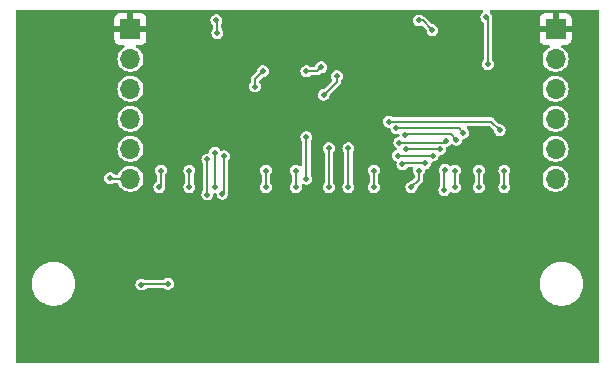
<source format=gbr>
%TF.GenerationSoftware,KiCad,Pcbnew,8.0.2*%
%TF.CreationDate,2024-10-31T00:13:47+01:00*%
%TF.ProjectId,IO_extender,494f5f65-7874-4656-9e64-65722e6b6963,rev?*%
%TF.SameCoordinates,Original*%
%TF.FileFunction,Copper,L2,Bot*%
%TF.FilePolarity,Positive*%
%FSLAX46Y46*%
G04 Gerber Fmt 4.6, Leading zero omitted, Abs format (unit mm)*
G04 Created by KiCad (PCBNEW 8.0.2) date 2024-10-31 00:13:47*
%MOMM*%
%LPD*%
G01*
G04 APERTURE LIST*
%TA.AperFunction,ComponentPad*%
%ADD10O,1.700000X1.700000*%
%TD*%
%TA.AperFunction,ComponentPad*%
%ADD11R,1.700000X1.700000*%
%TD*%
%TA.AperFunction,ViaPad*%
%ADD12C,0.500000*%
%TD*%
%TA.AperFunction,Conductor*%
%ADD13C,0.200000*%
%TD*%
G04 APERTURE END LIST*
D10*
%TO.P,J1002,6,Pin_6*%
%TO.N,+5V*%
X145500000Y-120620000D03*
%TO.P,J1002,5,Pin_5*%
%TO.N,/out_next*%
X145500000Y-118080000D03*
%TO.P,J1002,4,Pin_4*%
%TO.N,/in_next*%
X145500000Y-115540000D03*
%TO.P,J1002,3,Pin_3*%
%TO.N,/clock*%
X145500000Y-113000000D03*
%TO.P,J1002,2,Pin_2*%
%TO.N,/latch*%
X145500000Y-110460000D03*
D11*
%TO.P,J1002,1,Pin_1*%
%TO.N,GND*%
X145500000Y-107920000D03*
%TD*%
D10*
%TO.P,J1001,6,Pin_6*%
%TO.N,+5V*%
X181500000Y-120620000D03*
%TO.P,J1001,5,Pin_5*%
%TO.N,/out_prev*%
X181500000Y-118080000D03*
%TO.P,J1001,4,Pin_4*%
%TO.N,/in_prev*%
X181500000Y-115540000D03*
%TO.P,J1001,3,Pin_3*%
%TO.N,/clock*%
X181500000Y-113000000D03*
%TO.P,J1001,2,Pin_2*%
%TO.N,/latch*%
X181500000Y-110460000D03*
D11*
%TO.P,J1001,1,Pin_1*%
%TO.N,GND*%
X181500000Y-107920000D03*
%TD*%
D12*
%TO.N,GND*%
X179451000Y-107823000D03*
X165989000Y-114300000D03*
X163068000Y-122301000D03*
X173355000Y-126492000D03*
X172212000Y-122682000D03*
X171958000Y-130683000D03*
X162814000Y-130556000D03*
X153797000Y-130556000D03*
X144907000Y-130556000D03*
X145034000Y-122682000D03*
X153924000Y-122809000D03*
%TO.N,+5V*%
X161859591Y-113509409D03*
X160407000Y-120620000D03*
X143791522Y-120557718D03*
X160407000Y-117070000D03*
X162983752Y-111914000D03*
%TO.N,GND*%
X178187000Y-110644000D03*
X167900000Y-131345000D03*
X148469000Y-109374000D03*
X159264000Y-112930000D03*
X177171000Y-118391000D03*
X136301522Y-134995718D03*
X179838000Y-119407000D03*
X181235000Y-126138000D03*
X172582215Y-133498670D03*
X141762522Y-126232718D03*
X169297000Y-110898000D03*
X165614000Y-134774000D03*
X145554215Y-125498670D03*
X136404000Y-107215000D03*
X184410000Y-133758000D03*
X177298000Y-106707000D03*
X160153000Y-134647000D03*
X177425000Y-129821000D03*
X140238522Y-127248718D03*
X155581000Y-126392000D03*
X183902000Y-112168000D03*
X163074000Y-128424000D03*
X156597000Y-135155000D03*
X170440000Y-121947000D03*
X137698522Y-133344718D03*
X166249000Y-112041000D03*
X142143522Y-132455718D03*
X154554215Y-125498670D03*
X176917000Y-112168000D03*
X178568000Y-114454000D03*
X154554215Y-133498670D03*
X165106000Y-112295000D03*
X167646000Y-111406000D03*
X178314000Y-116486000D03*
X142905522Y-129915718D03*
X171583000Y-128551000D03*
X169424000Y-128932000D03*
X176917000Y-132361000D03*
X143008000Y-115978000D03*
X136912000Y-125503000D03*
X137293000Y-121820000D03*
X151771000Y-129567000D03*
X164598000Y-126265000D03*
X143643000Y-132107000D03*
X142627000Y-112549000D03*
X141484000Y-134901000D03*
X145582215Y-133498670D03*
X156597000Y-117629000D03*
X164852000Y-110644000D03*
X158502000Y-133123000D03*
X163582215Y-125498670D03*
X181489000Y-122582000D03*
X179965000Y-134266000D03*
X151009000Y-135028000D03*
X142754000Y-107723000D03*
X154057000Y-127789000D03*
X151898000Y-123979000D03*
X149612000Y-131853000D03*
X161423000Y-125122000D03*
X183648000Y-122709000D03*
X140746522Y-131185718D03*
X169297000Y-134393000D03*
X136658000Y-114454000D03*
X154819000Y-116105000D03*
X161042000Y-121693000D03*
X184283000Y-117121000D03*
X143770000Y-118264000D03*
X149612000Y-111279000D03*
X143135000Y-122582000D03*
X163582215Y-133498670D03*
X159391000Y-129567000D03*
X151771000Y-107088000D03*
X172582215Y-125498670D03*
X146818000Y-114200000D03*
X161042000Y-112803000D03*
X154565000Y-118518000D03*
X178568000Y-126265000D03*
X169551000Y-124995000D03*
X174123000Y-135155000D03*
X178441000Y-122201000D03*
X184156000Y-109120000D03*
X143897000Y-124360000D03*
X152660000Y-132234000D03*
X170567000Y-131726000D03*
%TO.N,/clock*%
X169924091Y-107207091D03*
X152861916Y-108273000D03*
X171075000Y-108019000D03*
X152787000Y-107173000D03*
%TO.N,/out_prev*%
X161650252Y-111178748D03*
X156710718Y-111503899D03*
X156050000Y-112803000D03*
X167392000Y-115767000D03*
X176770000Y-116486000D03*
X160406869Y-111491001D03*
%TO.N,/in_next*%
X175647000Y-106919000D03*
X175774000Y-110898000D03*
%TO.N,/IO/I1*%
X177171000Y-119920000D03*
X177171000Y-121320000D03*
%TO.N,/IO/O1*%
X168789000Y-116867000D03*
X172154500Y-119851500D03*
X172091000Y-121566000D03*
X173101245Y-117316210D03*
%TO.N,/IO/I2*%
X175012000Y-119920000D03*
X175012000Y-121320000D03*
%TO.N,/IO/O2*%
X172980000Y-119920000D03*
X173691171Y-116726286D03*
X168027000Y-116317000D03*
X172980000Y-121320000D03*
%TO.N,/IO/O3*%
X162312000Y-121320000D03*
X162312000Y-118020000D03*
%TO.N,/IO/I3*%
X169297000Y-121320000D03*
X169932000Y-119920000D03*
%TO.N,/IO/O4*%
X163963000Y-121320000D03*
X163963000Y-118020000D03*
%TO.N,/IO/I4*%
X166122000Y-121320000D03*
X166106529Y-119920000D03*
%TO.N,/IO/I5*%
X170482000Y-119280000D03*
X159518000Y-121320000D03*
X159518000Y-119920000D03*
X168522855Y-119370000D03*
%TO.N,/IO/O5*%
X153422000Y-118701157D03*
X153290020Y-121870000D03*
%TO.N,/IO/O6*%
X152660000Y-121320000D03*
X152660000Y-118391000D03*
%TO.N,/IO/I6*%
X171090000Y-118645000D03*
X168154000Y-118645000D03*
X156978000Y-119920000D03*
X156978000Y-121320000D03*
%TO.N,/IO/O7*%
X146437000Y-129567000D03*
X152025000Y-118970000D03*
X152025000Y-121947000D03*
X148671409Y-129507409D03*
%TO.N,/IO/I7*%
X168874000Y-118095000D03*
X150501000Y-121320000D03*
X150501000Y-119920000D03*
X171706728Y-118095000D03*
%TO.N,/IO/I8*%
X148072529Y-119920000D03*
X147961000Y-121320000D03*
X168281000Y-117545000D03*
X172256728Y-117382909D03*
%TD*%
D13*
%TO.N,+5V*%
X160407000Y-117070000D02*
X160407000Y-120620000D01*
X162983752Y-111914000D02*
X162983752Y-112385248D01*
X162983752Y-112385248D02*
X161859591Y-113509409D01*
X143853804Y-120620000D02*
X143791522Y-120557718D01*
X145500000Y-120620000D02*
X143853804Y-120620000D01*
%TO.N,/clock*%
X169924091Y-107207091D02*
X170263091Y-107207091D01*
X152861916Y-108273000D02*
X152861916Y-107247916D01*
X152861916Y-107247916D02*
X152787000Y-107173000D01*
X170263091Y-107207091D02*
X171075000Y-108019000D01*
%TO.N,/out_prev*%
X161337999Y-111491001D02*
X161650252Y-111178748D01*
X156050000Y-112164617D02*
X156710718Y-111503899D01*
X176051000Y-115767000D02*
X176770000Y-116486000D01*
X156050000Y-112803000D02*
X156050000Y-112164617D01*
X167392000Y-115767000D02*
X176051000Y-115767000D01*
X160406869Y-111491001D02*
X161337999Y-111491001D01*
%TO.N,/in_next*%
X175774000Y-110898000D02*
X175774000Y-107046000D01*
X175774000Y-107046000D02*
X175647000Y-106919000D01*
%TO.N,/IO/I1*%
X177171000Y-121320000D02*
X177171000Y-119920000D01*
%TO.N,/IO/O1*%
X172617944Y-116832909D02*
X173101245Y-117316210D01*
X168789000Y-116867000D02*
X168823091Y-116832909D01*
X168823091Y-116832909D02*
X172617944Y-116832909D01*
X172091000Y-121566000D02*
X172091000Y-119915000D01*
X172091000Y-119915000D02*
X172154500Y-119851500D01*
%TO.N,/IO/I2*%
X175012000Y-119920000D02*
X175012000Y-121320000D01*
%TO.N,/IO/O2*%
X173281885Y-116317000D02*
X168027000Y-116317000D01*
X172980000Y-121320000D02*
X172980000Y-119920000D01*
X173691171Y-116726286D02*
X173281885Y-116317000D01*
%TO.N,/IO/O3*%
X162312000Y-121320000D02*
X162312000Y-118020000D01*
%TO.N,/IO/I3*%
X169932000Y-120685000D02*
X169297000Y-121320000D01*
X169932000Y-119920000D02*
X169932000Y-120685000D01*
%TO.N,/IO/O4*%
X163963000Y-121320000D02*
X163963000Y-118020000D01*
%TO.N,/IO/I4*%
X166122000Y-121320000D02*
X166122000Y-119935471D01*
X166122000Y-119935471D02*
X166106529Y-119920000D01*
%TO.N,/IO/I5*%
X168612855Y-119280000D02*
X170482000Y-119280000D01*
X168522855Y-119370000D02*
X168612855Y-119280000D01*
X159518000Y-121320000D02*
X159518000Y-119920000D01*
%TO.N,/IO/O5*%
X153422000Y-118701157D02*
X153422000Y-121738020D01*
X153422000Y-121738020D02*
X153290020Y-121870000D01*
%TO.N,/IO/O6*%
X152660000Y-121320000D02*
X152660000Y-118391000D01*
%TO.N,/IO/I6*%
X156978000Y-121320000D02*
X156978000Y-119920000D01*
X168154000Y-118645000D02*
X171090000Y-118645000D01*
%TO.N,/IO/O7*%
X152025000Y-118970000D02*
X152025000Y-121947000D01*
X148671409Y-129507409D02*
X146496591Y-129507409D01*
X146496591Y-129507409D02*
X146437000Y-129567000D01*
%TO.N,/IO/I7*%
X150501000Y-121320000D02*
X150501000Y-119920000D01*
X171706728Y-118095000D02*
X168874000Y-118095000D01*
%TO.N,/IO/I8*%
X172094637Y-117545000D02*
X168281000Y-117545000D01*
X172256728Y-117382909D02*
X172094637Y-117545000D01*
X148072529Y-121208471D02*
X147961000Y-121320000D01*
X148072529Y-119920000D02*
X148072529Y-121208471D01*
%TD*%
%TA.AperFunction,Conductor*%
%TO.N,GND*%
G36*
X175328384Y-106320185D02*
G01*
X175374139Y-106372989D01*
X175384083Y-106442147D01*
X175355058Y-106505703D01*
X175328385Y-106528815D01*
X175315874Y-106536855D01*
X175221623Y-106645626D01*
X175221622Y-106645628D01*
X175161834Y-106776543D01*
X175141353Y-106919000D01*
X175161834Y-107061456D01*
X175221622Y-107192371D01*
X175221623Y-107192373D01*
X175315872Y-107301143D01*
X175366540Y-107333705D01*
X175412294Y-107386508D01*
X175423500Y-107438020D01*
X175423500Y-110491963D01*
X175403815Y-110559002D01*
X175393214Y-110573164D01*
X175348625Y-110624623D01*
X175348622Y-110624628D01*
X175288834Y-110755543D01*
X175268353Y-110898000D01*
X175288834Y-111040456D01*
X175320073Y-111108858D01*
X175348623Y-111171373D01*
X175442872Y-111280143D01*
X175563947Y-111357953D01*
X175563950Y-111357954D01*
X175563949Y-111357954D01*
X175702036Y-111398499D01*
X175702038Y-111398500D01*
X175702039Y-111398500D01*
X175845962Y-111398500D01*
X175845962Y-111398499D01*
X175953121Y-111367035D01*
X175984050Y-111357954D01*
X175984050Y-111357953D01*
X175984053Y-111357953D01*
X176105128Y-111280143D01*
X176199377Y-111171373D01*
X176259165Y-111040457D01*
X176279647Y-110898000D01*
X176259165Y-110755543D01*
X176199377Y-110624627D01*
X176199374Y-110624623D01*
X176154786Y-110573164D01*
X176125762Y-110509608D01*
X176124500Y-110491963D01*
X176124500Y-107105216D01*
X176132020Y-107070656D01*
X176129667Y-107069965D01*
X176132163Y-107061461D01*
X176132165Y-107061457D01*
X176137816Y-107022155D01*
X180150000Y-107022155D01*
X180150000Y-107670000D01*
X181066988Y-107670000D01*
X181034075Y-107727007D01*
X181000000Y-107854174D01*
X181000000Y-107985826D01*
X181034075Y-108112993D01*
X181066988Y-108170000D01*
X180150000Y-108170000D01*
X180150000Y-108817844D01*
X180156401Y-108877372D01*
X180156403Y-108877379D01*
X180206645Y-109012086D01*
X180206649Y-109012093D01*
X180292809Y-109127187D01*
X180292812Y-109127190D01*
X180407906Y-109213350D01*
X180407913Y-109213354D01*
X180542620Y-109263596D01*
X180542627Y-109263598D01*
X180602155Y-109269999D01*
X180602172Y-109270000D01*
X180895612Y-109270000D01*
X180962651Y-109289685D01*
X181008406Y-109342489D01*
X181018350Y-109411647D01*
X180989325Y-109475203D01*
X180960889Y-109499427D01*
X180833960Y-109578017D01*
X180833958Y-109578019D01*
X180683237Y-109715418D01*
X180560327Y-109878178D01*
X180469422Y-110060739D01*
X180469417Y-110060752D01*
X180413602Y-110256917D01*
X180394785Y-110459999D01*
X180394785Y-110460000D01*
X180413602Y-110663082D01*
X180469417Y-110859247D01*
X180469422Y-110859260D01*
X180560327Y-111041821D01*
X180683237Y-111204581D01*
X180833958Y-111341980D01*
X180833960Y-111341982D01*
X180925239Y-111398499D01*
X181007363Y-111449348D01*
X181197544Y-111523024D01*
X181398024Y-111560500D01*
X181398026Y-111560500D01*
X181601974Y-111560500D01*
X181601976Y-111560500D01*
X181802456Y-111523024D01*
X181992637Y-111449348D01*
X182166041Y-111341981D01*
X182316764Y-111204579D01*
X182439673Y-111041821D01*
X182530582Y-110859250D01*
X182586397Y-110663083D01*
X182605215Y-110460000D01*
X182586397Y-110256917D01*
X182530582Y-110060750D01*
X182439673Y-109878179D01*
X182316764Y-109715421D01*
X182316762Y-109715418D01*
X182166041Y-109578019D01*
X182166039Y-109578017D01*
X182039111Y-109499427D01*
X181992475Y-109447399D01*
X181981371Y-109378417D01*
X182009324Y-109314383D01*
X182067459Y-109275627D01*
X182104388Y-109270000D01*
X182397828Y-109270000D01*
X182397844Y-109269999D01*
X182457372Y-109263598D01*
X182457379Y-109263596D01*
X182592086Y-109213354D01*
X182592093Y-109213350D01*
X182707187Y-109127190D01*
X182707190Y-109127187D01*
X182793350Y-109012093D01*
X182793354Y-109012086D01*
X182843596Y-108877379D01*
X182843598Y-108877372D01*
X182849999Y-108817844D01*
X182850000Y-108817827D01*
X182850000Y-108170000D01*
X181933012Y-108170000D01*
X181965925Y-108112993D01*
X182000000Y-107985826D01*
X182000000Y-107854174D01*
X181965925Y-107727007D01*
X181933012Y-107670000D01*
X182850000Y-107670000D01*
X182850000Y-107022172D01*
X182849999Y-107022155D01*
X182843598Y-106962627D01*
X182843596Y-106962620D01*
X182793354Y-106827913D01*
X182793350Y-106827906D01*
X182707190Y-106712812D01*
X182707187Y-106712809D01*
X182592093Y-106626649D01*
X182592086Y-106626645D01*
X182457379Y-106576403D01*
X182457372Y-106576401D01*
X182397844Y-106570000D01*
X181750000Y-106570000D01*
X181750000Y-107486988D01*
X181692993Y-107454075D01*
X181565826Y-107420000D01*
X181434174Y-107420000D01*
X181307007Y-107454075D01*
X181250000Y-107486988D01*
X181250000Y-106570000D01*
X180602155Y-106570000D01*
X180542627Y-106576401D01*
X180542620Y-106576403D01*
X180407913Y-106626645D01*
X180407906Y-106626649D01*
X180292812Y-106712809D01*
X180292809Y-106712812D01*
X180206649Y-106827906D01*
X180206645Y-106827913D01*
X180156403Y-106962620D01*
X180156401Y-106962627D01*
X180150000Y-107022155D01*
X176137816Y-107022155D01*
X176152647Y-106919000D01*
X176132165Y-106776543D01*
X176072377Y-106645627D01*
X175978128Y-106536857D01*
X175978125Y-106536855D01*
X175965615Y-106528815D01*
X175919860Y-106476011D01*
X175909917Y-106406852D01*
X175938942Y-106343297D01*
X175997721Y-106305523D01*
X176032655Y-106300500D01*
X185075500Y-106300500D01*
X185142539Y-106320185D01*
X185188294Y-106372989D01*
X185199500Y-106424500D01*
X185199500Y-136075500D01*
X185179815Y-136142539D01*
X185127011Y-136188294D01*
X185075500Y-136199500D01*
X135924500Y-136199500D01*
X135857461Y-136179815D01*
X135811706Y-136127011D01*
X135800500Y-136075500D01*
X135800500Y-129378711D01*
X137149500Y-129378711D01*
X137149500Y-129621288D01*
X137181161Y-129861785D01*
X137243947Y-130096104D01*
X137336773Y-130320205D01*
X137336776Y-130320212D01*
X137458064Y-130530289D01*
X137458066Y-130530292D01*
X137458067Y-130530293D01*
X137605733Y-130722736D01*
X137605739Y-130722743D01*
X137777256Y-130894260D01*
X137777262Y-130894265D01*
X137969711Y-131041936D01*
X138179788Y-131163224D01*
X138403900Y-131256054D01*
X138638211Y-131318838D01*
X138818586Y-131342584D01*
X138878711Y-131350500D01*
X138878712Y-131350500D01*
X139121289Y-131350500D01*
X139169388Y-131344167D01*
X139361789Y-131318838D01*
X139596100Y-131256054D01*
X139820212Y-131163224D01*
X140030289Y-131041936D01*
X140222738Y-130894265D01*
X140394265Y-130722738D01*
X140541936Y-130530289D01*
X140663224Y-130320212D01*
X140756054Y-130096100D01*
X140818838Y-129861789D01*
X140850500Y-129621288D01*
X140850500Y-129567000D01*
X145931353Y-129567000D01*
X145951834Y-129709456D01*
X145984407Y-129780780D01*
X146011623Y-129840373D01*
X146105872Y-129949143D01*
X146226947Y-130026953D01*
X146226950Y-130026954D01*
X146226949Y-130026954D01*
X146365036Y-130067499D01*
X146365038Y-130067500D01*
X146365039Y-130067500D01*
X146508962Y-130067500D01*
X146508962Y-130067499D01*
X146647053Y-130026953D01*
X146768128Y-129949143D01*
X146810099Y-129900705D01*
X146868876Y-129862932D01*
X146903811Y-129857909D01*
X148257514Y-129857909D01*
X148324553Y-129877594D01*
X148338721Y-129888199D01*
X148340275Y-129889546D01*
X148340281Y-129889552D01*
X148461356Y-129967362D01*
X148461359Y-129967363D01*
X148461358Y-129967363D01*
X148599445Y-130007908D01*
X148599447Y-130007909D01*
X148599448Y-130007909D01*
X148743371Y-130007909D01*
X148743371Y-130007908D01*
X148881462Y-129967362D01*
X149002537Y-129889552D01*
X149096786Y-129780782D01*
X149156574Y-129649866D01*
X149177056Y-129507409D01*
X149158552Y-129378711D01*
X180149500Y-129378711D01*
X180149500Y-129621288D01*
X180181161Y-129861785D01*
X180243947Y-130096104D01*
X180336773Y-130320205D01*
X180336776Y-130320212D01*
X180458064Y-130530289D01*
X180458066Y-130530292D01*
X180458067Y-130530293D01*
X180605733Y-130722736D01*
X180605739Y-130722743D01*
X180777256Y-130894260D01*
X180777262Y-130894265D01*
X180969711Y-131041936D01*
X181179788Y-131163224D01*
X181403900Y-131256054D01*
X181638211Y-131318838D01*
X181818586Y-131342584D01*
X181878711Y-131350500D01*
X181878712Y-131350500D01*
X182121289Y-131350500D01*
X182169388Y-131344167D01*
X182361789Y-131318838D01*
X182596100Y-131256054D01*
X182820212Y-131163224D01*
X183030289Y-131041936D01*
X183222738Y-130894265D01*
X183394265Y-130722738D01*
X183541936Y-130530289D01*
X183663224Y-130320212D01*
X183756054Y-130096100D01*
X183818838Y-129861789D01*
X183850500Y-129621288D01*
X183850500Y-129378712D01*
X183848688Y-129364952D01*
X183839299Y-129293628D01*
X183818838Y-129138211D01*
X183756054Y-128903900D01*
X183663224Y-128679788D01*
X183541936Y-128469711D01*
X183394265Y-128277262D01*
X183394260Y-128277256D01*
X183222743Y-128105739D01*
X183222736Y-128105733D01*
X183030293Y-127958067D01*
X183030292Y-127958066D01*
X183030289Y-127958064D01*
X182820212Y-127836776D01*
X182820205Y-127836773D01*
X182596104Y-127743947D01*
X182361785Y-127681161D01*
X182121289Y-127649500D01*
X182121288Y-127649500D01*
X181878712Y-127649500D01*
X181878711Y-127649500D01*
X181638214Y-127681161D01*
X181403895Y-127743947D01*
X181179794Y-127836773D01*
X181179785Y-127836777D01*
X180969706Y-127958067D01*
X180777263Y-128105733D01*
X180777256Y-128105739D01*
X180605739Y-128277256D01*
X180605733Y-128277263D01*
X180458067Y-128469706D01*
X180336777Y-128679785D01*
X180336773Y-128679794D01*
X180243947Y-128903895D01*
X180181161Y-129138214D01*
X180149500Y-129378711D01*
X149158552Y-129378711D01*
X149156574Y-129364952D01*
X149096786Y-129234036D01*
X149002537Y-129125266D01*
X148881462Y-129047456D01*
X148881460Y-129047455D01*
X148881458Y-129047454D01*
X148881459Y-129047454D01*
X148743372Y-129006909D01*
X148743370Y-129006909D01*
X148599448Y-129006909D01*
X148599445Y-129006909D01*
X148461358Y-129047454D01*
X148340285Y-129125263D01*
X148340283Y-129125264D01*
X148340281Y-129125266D01*
X148340279Y-129125267D01*
X148338721Y-129126619D01*
X148336836Y-129127479D01*
X148332820Y-129130061D01*
X148332448Y-129129483D01*
X148275166Y-129155646D01*
X148257514Y-129156909D01*
X146761050Y-129156909D01*
X146694012Y-129137225D01*
X146647050Y-129107045D01*
X146508963Y-129066500D01*
X146508961Y-129066500D01*
X146365039Y-129066500D01*
X146365036Y-129066500D01*
X146226949Y-129107045D01*
X146105873Y-129184856D01*
X146011623Y-129293626D01*
X146011622Y-129293628D01*
X145951834Y-129424543D01*
X145931353Y-129567000D01*
X140850500Y-129567000D01*
X140850500Y-129378712D01*
X140848688Y-129364952D01*
X140839299Y-129293628D01*
X140818838Y-129138211D01*
X140756054Y-128903900D01*
X140663224Y-128679788D01*
X140541936Y-128469711D01*
X140394265Y-128277262D01*
X140394260Y-128277256D01*
X140222743Y-128105739D01*
X140222736Y-128105733D01*
X140030293Y-127958067D01*
X140030292Y-127958066D01*
X140030289Y-127958064D01*
X139820212Y-127836776D01*
X139820205Y-127836773D01*
X139596104Y-127743947D01*
X139361785Y-127681161D01*
X139121289Y-127649500D01*
X139121288Y-127649500D01*
X138878712Y-127649500D01*
X138878711Y-127649500D01*
X138638214Y-127681161D01*
X138403895Y-127743947D01*
X138179794Y-127836773D01*
X138179785Y-127836777D01*
X137969706Y-127958067D01*
X137777263Y-128105733D01*
X137777256Y-128105739D01*
X137605739Y-128277256D01*
X137605733Y-128277263D01*
X137458067Y-128469706D01*
X137336777Y-128679785D01*
X137336773Y-128679794D01*
X137243947Y-128903895D01*
X137181161Y-129138214D01*
X137149500Y-129378711D01*
X135800500Y-129378711D01*
X135800500Y-120557718D01*
X143285875Y-120557718D01*
X143306356Y-120700174D01*
X143361210Y-120820285D01*
X143366145Y-120831091D01*
X143460394Y-120939861D01*
X143581469Y-121017671D01*
X143581472Y-121017672D01*
X143581471Y-121017672D01*
X143719558Y-121058217D01*
X143719560Y-121058218D01*
X143719561Y-121058218D01*
X143863484Y-121058218D01*
X143863484Y-121058217D01*
X143928158Y-121039228D01*
X144001570Y-121017673D01*
X144001571Y-121017672D01*
X144001575Y-121017671D01*
X144044346Y-120990183D01*
X144111384Y-120970500D01*
X144368365Y-120970500D01*
X144435404Y-120990185D01*
X144479365Y-121039228D01*
X144560327Y-121201821D01*
X144683237Y-121364581D01*
X144833958Y-121501980D01*
X144833960Y-121501982D01*
X144896917Y-121540963D01*
X145007363Y-121609348D01*
X145197544Y-121683024D01*
X145398024Y-121720500D01*
X145398026Y-121720500D01*
X145601974Y-121720500D01*
X145601976Y-121720500D01*
X145802456Y-121683024D01*
X145992637Y-121609348D01*
X146166041Y-121501981D01*
X146316764Y-121364579D01*
X146350428Y-121320000D01*
X147455353Y-121320000D01*
X147475834Y-121462456D01*
X147511688Y-121540963D01*
X147535623Y-121593373D01*
X147629872Y-121702143D01*
X147750947Y-121779953D01*
X147750950Y-121779954D01*
X147750949Y-121779954D01*
X147889036Y-121820499D01*
X147889038Y-121820500D01*
X147889039Y-121820500D01*
X148032962Y-121820500D01*
X148032962Y-121820499D01*
X148171053Y-121779953D01*
X148292128Y-121702143D01*
X148386377Y-121593373D01*
X148446165Y-121462457D01*
X148466647Y-121320000D01*
X148446165Y-121177543D01*
X148446164Y-121177539D01*
X148434235Y-121151419D01*
X148423029Y-121099907D01*
X148423029Y-120326035D01*
X148442714Y-120258996D01*
X148453311Y-120244837D01*
X148497906Y-120193373D01*
X148557694Y-120062457D01*
X148578176Y-119920000D01*
X149995353Y-119920000D01*
X150015834Y-120062456D01*
X150063853Y-120167601D01*
X150075623Y-120193373D01*
X150120213Y-120244833D01*
X150149238Y-120308388D01*
X150150500Y-120326035D01*
X150150500Y-120913963D01*
X150130815Y-120981002D01*
X150120214Y-120995164D01*
X150075625Y-121046623D01*
X150075622Y-121046628D01*
X150015834Y-121177543D01*
X149995353Y-121320000D01*
X150015834Y-121462456D01*
X150051688Y-121540963D01*
X150075623Y-121593373D01*
X150169872Y-121702143D01*
X150290947Y-121779953D01*
X150290950Y-121779954D01*
X150290949Y-121779954D01*
X150429036Y-121820499D01*
X150429038Y-121820500D01*
X150429039Y-121820500D01*
X150572962Y-121820500D01*
X150572962Y-121820499D01*
X150711053Y-121779953D01*
X150832128Y-121702143D01*
X150926377Y-121593373D01*
X150986165Y-121462457D01*
X151006647Y-121320000D01*
X150986165Y-121177543D01*
X150926377Y-121046627D01*
X150919966Y-121039228D01*
X150881786Y-120995164D01*
X150852762Y-120931608D01*
X150851500Y-120913963D01*
X150851500Y-120326035D01*
X150871185Y-120258996D01*
X150881782Y-120244837D01*
X150926377Y-120193373D01*
X150986165Y-120062457D01*
X151006647Y-119920000D01*
X150986165Y-119777543D01*
X150926377Y-119646627D01*
X150832128Y-119537857D01*
X150711053Y-119460047D01*
X150711051Y-119460046D01*
X150711049Y-119460045D01*
X150711050Y-119460045D01*
X150572963Y-119419500D01*
X150572961Y-119419500D01*
X150429039Y-119419500D01*
X150429036Y-119419500D01*
X150290949Y-119460045D01*
X150169873Y-119537856D01*
X150075623Y-119646626D01*
X150075622Y-119646628D01*
X150015834Y-119777543D01*
X149995353Y-119920000D01*
X148578176Y-119920000D01*
X148557694Y-119777543D01*
X148497906Y-119646627D01*
X148403657Y-119537857D01*
X148282582Y-119460047D01*
X148282580Y-119460046D01*
X148282578Y-119460045D01*
X148282579Y-119460045D01*
X148144492Y-119419500D01*
X148144490Y-119419500D01*
X148000568Y-119419500D01*
X148000565Y-119419500D01*
X147862478Y-119460045D01*
X147741402Y-119537856D01*
X147647152Y-119646626D01*
X147647151Y-119646628D01*
X147587363Y-119777543D01*
X147566882Y-119920000D01*
X147587363Y-120062456D01*
X147635382Y-120167601D01*
X147647152Y-120193373D01*
X147691742Y-120244833D01*
X147720767Y-120308388D01*
X147722029Y-120326035D01*
X147722029Y-120810922D01*
X147702344Y-120877961D01*
X147665069Y-120915237D01*
X147629873Y-120937856D01*
X147629866Y-120937862D01*
X147535625Y-121046622D01*
X147535622Y-121046628D01*
X147475834Y-121177543D01*
X147455353Y-121320000D01*
X146350428Y-121320000D01*
X146439673Y-121201821D01*
X146530582Y-121019250D01*
X146586397Y-120823083D01*
X146605215Y-120620000D01*
X146586397Y-120416917D01*
X146530582Y-120220750D01*
X146527202Y-120213963D01*
X146449153Y-120057218D01*
X146439673Y-120038179D01*
X146380704Y-119960091D01*
X146316762Y-119875418D01*
X146166041Y-119738019D01*
X146166039Y-119738017D01*
X145992642Y-119630655D01*
X145992635Y-119630651D01*
X145857051Y-119578126D01*
X145802456Y-119556976D01*
X145601976Y-119519500D01*
X145398024Y-119519500D01*
X145197544Y-119556976D01*
X145197541Y-119556976D01*
X145197541Y-119556977D01*
X145007364Y-119630651D01*
X145007357Y-119630655D01*
X144833960Y-119738017D01*
X144833958Y-119738019D01*
X144683237Y-119875418D01*
X144560327Y-120038178D01*
X144479365Y-120200772D01*
X144431862Y-120252009D01*
X144368365Y-120269500D01*
X144260665Y-120269500D01*
X144193626Y-120249815D01*
X144166952Y-120226703D01*
X144122650Y-120175575D01*
X144001575Y-120097765D01*
X144001573Y-120097764D01*
X144001571Y-120097763D01*
X144001572Y-120097763D01*
X143863485Y-120057218D01*
X143863483Y-120057218D01*
X143719561Y-120057218D01*
X143719558Y-120057218D01*
X143581471Y-120097763D01*
X143460395Y-120175574D01*
X143366145Y-120284344D01*
X143366144Y-120284346D01*
X143306356Y-120415261D01*
X143285875Y-120557718D01*
X135800500Y-120557718D01*
X135800500Y-118079999D01*
X144394785Y-118079999D01*
X144394785Y-118080000D01*
X144413602Y-118283082D01*
X144469417Y-118479247D01*
X144469422Y-118479260D01*
X144560327Y-118661821D01*
X144683237Y-118824581D01*
X144833958Y-118961980D01*
X144833960Y-118961982D01*
X144933141Y-119023392D01*
X145007363Y-119069348D01*
X145197544Y-119143024D01*
X145398024Y-119180500D01*
X145398026Y-119180500D01*
X145601974Y-119180500D01*
X145601976Y-119180500D01*
X145802456Y-119143024D01*
X145992637Y-119069348D01*
X146153090Y-118970000D01*
X151519353Y-118970000D01*
X151539834Y-119112456D01*
X151599307Y-119242681D01*
X151599623Y-119243373D01*
X151644213Y-119294833D01*
X151673238Y-119358388D01*
X151674500Y-119376035D01*
X151674500Y-121540963D01*
X151654815Y-121608002D01*
X151644214Y-121622164D01*
X151599625Y-121673623D01*
X151599622Y-121673628D01*
X151539834Y-121804543D01*
X151519353Y-121947000D01*
X151539834Y-122089456D01*
X151564457Y-122143371D01*
X151599623Y-122220373D01*
X151693872Y-122329143D01*
X151814947Y-122406953D01*
X151814950Y-122406954D01*
X151814949Y-122406954D01*
X151953036Y-122447499D01*
X151953038Y-122447500D01*
X151953039Y-122447500D01*
X152096962Y-122447500D01*
X152096962Y-122447499D01*
X152235053Y-122406953D01*
X152356128Y-122329143D01*
X152450377Y-122220373D01*
X152510165Y-122089457D01*
X152530647Y-121947000D01*
X152530647Y-121946999D01*
X152530647Y-121944500D01*
X152531351Y-121942101D01*
X152531909Y-121938222D01*
X152532466Y-121938302D01*
X152550332Y-121877461D01*
X152603136Y-121831706D01*
X152654647Y-121820500D01*
X152669809Y-121820500D01*
X152736848Y-121840185D01*
X152782603Y-121892989D01*
X152792547Y-121926853D01*
X152804854Y-122012456D01*
X152840020Y-122089457D01*
X152864643Y-122143373D01*
X152958892Y-122252143D01*
X153079967Y-122329953D01*
X153079970Y-122329954D01*
X153079969Y-122329954D01*
X153218056Y-122370499D01*
X153218058Y-122370500D01*
X153218059Y-122370500D01*
X153361982Y-122370500D01*
X153361982Y-122370499D01*
X153500073Y-122329953D01*
X153621148Y-122252143D01*
X153715397Y-122143373D01*
X153775185Y-122012457D01*
X153795667Y-121870000D01*
X153775185Y-121727543D01*
X153775184Y-121727542D01*
X153773923Y-121718766D01*
X153775088Y-121718598D01*
X153772500Y-121700570D01*
X153772500Y-119920000D01*
X156472353Y-119920000D01*
X156492834Y-120062456D01*
X156540853Y-120167601D01*
X156552623Y-120193373D01*
X156597213Y-120244833D01*
X156626238Y-120308388D01*
X156627500Y-120326035D01*
X156627500Y-120913963D01*
X156607815Y-120981002D01*
X156597214Y-120995164D01*
X156552625Y-121046623D01*
X156552622Y-121046628D01*
X156492834Y-121177543D01*
X156472353Y-121320000D01*
X156492834Y-121462456D01*
X156528688Y-121540963D01*
X156552623Y-121593373D01*
X156646872Y-121702143D01*
X156767947Y-121779953D01*
X156767950Y-121779954D01*
X156767949Y-121779954D01*
X156906036Y-121820499D01*
X156906038Y-121820500D01*
X156906039Y-121820500D01*
X157049962Y-121820500D01*
X157049962Y-121820499D01*
X157188053Y-121779953D01*
X157309128Y-121702143D01*
X157403377Y-121593373D01*
X157463165Y-121462457D01*
X157483647Y-121320000D01*
X157463165Y-121177543D01*
X157403377Y-121046627D01*
X157396966Y-121039228D01*
X157358786Y-120995164D01*
X157329762Y-120931608D01*
X157328500Y-120913963D01*
X157328500Y-120326035D01*
X157348185Y-120258996D01*
X157358782Y-120244837D01*
X157403377Y-120193373D01*
X157463165Y-120062457D01*
X157483647Y-119920000D01*
X159012353Y-119920000D01*
X159032834Y-120062456D01*
X159080853Y-120167601D01*
X159092623Y-120193373D01*
X159137213Y-120244833D01*
X159166238Y-120308388D01*
X159167500Y-120326035D01*
X159167500Y-120913963D01*
X159147815Y-120981002D01*
X159137214Y-120995164D01*
X159092625Y-121046623D01*
X159092622Y-121046628D01*
X159032834Y-121177543D01*
X159012353Y-121320000D01*
X159032834Y-121462456D01*
X159068688Y-121540963D01*
X159092623Y-121593373D01*
X159186872Y-121702143D01*
X159307947Y-121779953D01*
X159307950Y-121779954D01*
X159307949Y-121779954D01*
X159446036Y-121820499D01*
X159446038Y-121820500D01*
X159446039Y-121820500D01*
X159589962Y-121820500D01*
X159589962Y-121820499D01*
X159728053Y-121779953D01*
X159849128Y-121702143D01*
X159943377Y-121593373D01*
X160003165Y-121462457D01*
X160023647Y-121320000D01*
X160006618Y-121201560D01*
X160016562Y-121132403D01*
X160062317Y-121079599D01*
X160129356Y-121059914D01*
X160188429Y-121077260D01*
X160188882Y-121076270D01*
X160195767Y-121079414D01*
X160196395Y-121079599D01*
X160196944Y-121079952D01*
X160196949Y-121079954D01*
X160335036Y-121120499D01*
X160335038Y-121120500D01*
X160335039Y-121120500D01*
X160478962Y-121120500D01*
X160478962Y-121120499D01*
X160617053Y-121079953D01*
X160738128Y-121002143D01*
X160832377Y-120893373D01*
X160892165Y-120762457D01*
X160912647Y-120620000D01*
X160892165Y-120477543D01*
X160832377Y-120346627D01*
X160814713Y-120326241D01*
X160787786Y-120295164D01*
X160758762Y-120231608D01*
X160757500Y-120213963D01*
X160757500Y-118020000D01*
X161806353Y-118020000D01*
X161826834Y-118162456D01*
X161881923Y-118283082D01*
X161886623Y-118293373D01*
X161931213Y-118344833D01*
X161960238Y-118408388D01*
X161961500Y-118426035D01*
X161961500Y-120913963D01*
X161941815Y-120981002D01*
X161931214Y-120995164D01*
X161886625Y-121046623D01*
X161886622Y-121046628D01*
X161826834Y-121177543D01*
X161806353Y-121320000D01*
X161826834Y-121462456D01*
X161862688Y-121540963D01*
X161886623Y-121593373D01*
X161980872Y-121702143D01*
X162101947Y-121779953D01*
X162101950Y-121779954D01*
X162101949Y-121779954D01*
X162240036Y-121820499D01*
X162240038Y-121820500D01*
X162240039Y-121820500D01*
X162383962Y-121820500D01*
X162383962Y-121820499D01*
X162522053Y-121779953D01*
X162643128Y-121702143D01*
X162737377Y-121593373D01*
X162797165Y-121462457D01*
X162817647Y-121320000D01*
X162797165Y-121177543D01*
X162737377Y-121046627D01*
X162730966Y-121039228D01*
X162692786Y-120995164D01*
X162663762Y-120931608D01*
X162662500Y-120913963D01*
X162662500Y-118426035D01*
X162682185Y-118358996D01*
X162692782Y-118344837D01*
X162737377Y-118293373D01*
X162797165Y-118162457D01*
X162817647Y-118020000D01*
X163457353Y-118020000D01*
X163477834Y-118162456D01*
X163532923Y-118283082D01*
X163537623Y-118293373D01*
X163582213Y-118344833D01*
X163611238Y-118408388D01*
X163612500Y-118426035D01*
X163612500Y-120913963D01*
X163592815Y-120981002D01*
X163582214Y-120995164D01*
X163537625Y-121046623D01*
X163537622Y-121046628D01*
X163477834Y-121177543D01*
X163457353Y-121320000D01*
X163477834Y-121462456D01*
X163513688Y-121540963D01*
X163537623Y-121593373D01*
X163631872Y-121702143D01*
X163752947Y-121779953D01*
X163752950Y-121779954D01*
X163752949Y-121779954D01*
X163891036Y-121820499D01*
X163891038Y-121820500D01*
X163891039Y-121820500D01*
X164034962Y-121820500D01*
X164034962Y-121820499D01*
X164173053Y-121779953D01*
X164294128Y-121702143D01*
X164388377Y-121593373D01*
X164448165Y-121462457D01*
X164468647Y-121320000D01*
X164448165Y-121177543D01*
X164388377Y-121046627D01*
X164381966Y-121039228D01*
X164343786Y-120995164D01*
X164314762Y-120931608D01*
X164313500Y-120913963D01*
X164313500Y-119920000D01*
X165600882Y-119920000D01*
X165621363Y-120062456D01*
X165681151Y-120193371D01*
X165681154Y-120193377D01*
X165741212Y-120262686D01*
X165770238Y-120326241D01*
X165771500Y-120343889D01*
X165771500Y-120913963D01*
X165751815Y-120981002D01*
X165741214Y-120995164D01*
X165696625Y-121046623D01*
X165696622Y-121046628D01*
X165636834Y-121177543D01*
X165616353Y-121320000D01*
X165636834Y-121462456D01*
X165672688Y-121540963D01*
X165696623Y-121593373D01*
X165790872Y-121702143D01*
X165911947Y-121779953D01*
X165911950Y-121779954D01*
X165911949Y-121779954D01*
X166050036Y-121820499D01*
X166050038Y-121820500D01*
X166050039Y-121820500D01*
X166193962Y-121820500D01*
X166193962Y-121820499D01*
X166332053Y-121779953D01*
X166453128Y-121702143D01*
X166547377Y-121593373D01*
X166607165Y-121462457D01*
X166627647Y-121320000D01*
X166607165Y-121177543D01*
X166547377Y-121046627D01*
X166540966Y-121039228D01*
X166502786Y-120995164D01*
X166473762Y-120931608D01*
X166472500Y-120913963D01*
X166472500Y-120308180D01*
X166492185Y-120241141D01*
X166502783Y-120226982D01*
X166531906Y-120193373D01*
X166591694Y-120062457D01*
X166612176Y-119920000D01*
X166591694Y-119777543D01*
X166531906Y-119646627D01*
X166437657Y-119537857D01*
X166316582Y-119460047D01*
X166316580Y-119460046D01*
X166316578Y-119460045D01*
X166316579Y-119460045D01*
X166178492Y-119419500D01*
X166178490Y-119419500D01*
X166034568Y-119419500D01*
X166034565Y-119419500D01*
X165896478Y-119460045D01*
X165775402Y-119537856D01*
X165681152Y-119646626D01*
X165681151Y-119646628D01*
X165621363Y-119777543D01*
X165600882Y-119920000D01*
X164313500Y-119920000D01*
X164313500Y-118426035D01*
X164333185Y-118358996D01*
X164343782Y-118344837D01*
X164388377Y-118293373D01*
X164448165Y-118162457D01*
X164468647Y-118020000D01*
X164448165Y-117877543D01*
X164388377Y-117746627D01*
X164294128Y-117637857D01*
X164173053Y-117560047D01*
X164173051Y-117560046D01*
X164173049Y-117560045D01*
X164173050Y-117560045D01*
X164034963Y-117519500D01*
X164034961Y-117519500D01*
X163891039Y-117519500D01*
X163891036Y-117519500D01*
X163752949Y-117560045D01*
X163631873Y-117637856D01*
X163537623Y-117746626D01*
X163537622Y-117746628D01*
X163477834Y-117877543D01*
X163457353Y-118020000D01*
X162817647Y-118020000D01*
X162797165Y-117877543D01*
X162737377Y-117746627D01*
X162643128Y-117637857D01*
X162522053Y-117560047D01*
X162522051Y-117560046D01*
X162522049Y-117560045D01*
X162522050Y-117560045D01*
X162383963Y-117519500D01*
X162383961Y-117519500D01*
X162240039Y-117519500D01*
X162240036Y-117519500D01*
X162101949Y-117560045D01*
X161980873Y-117637856D01*
X161886623Y-117746626D01*
X161886622Y-117746628D01*
X161826834Y-117877543D01*
X161806353Y-118020000D01*
X160757500Y-118020000D01*
X160757500Y-117476035D01*
X160777185Y-117408996D01*
X160787782Y-117394837D01*
X160832377Y-117343373D01*
X160892165Y-117212457D01*
X160912647Y-117070000D01*
X160892165Y-116927543D01*
X160832377Y-116796627D01*
X160738128Y-116687857D01*
X160617053Y-116610047D01*
X160617051Y-116610046D01*
X160617049Y-116610045D01*
X160617050Y-116610045D01*
X160478963Y-116569500D01*
X160478961Y-116569500D01*
X160335039Y-116569500D01*
X160335036Y-116569500D01*
X160196949Y-116610045D01*
X160075873Y-116687856D01*
X159981623Y-116796626D01*
X159981622Y-116796628D01*
X159921834Y-116927543D01*
X159901353Y-117070000D01*
X159921834Y-117212456D01*
X159969218Y-117316210D01*
X159981623Y-117343373D01*
X160026213Y-117394833D01*
X160055238Y-117458388D01*
X160056500Y-117476035D01*
X160056500Y-119446023D01*
X160036815Y-119513062D01*
X159984011Y-119558817D01*
X159914853Y-119568761D01*
X159856836Y-119542266D01*
X159856589Y-119542652D01*
X159853910Y-119540930D01*
X159851301Y-119539739D01*
X159849131Y-119537859D01*
X159810546Y-119513062D01*
X159728053Y-119460047D01*
X159728051Y-119460046D01*
X159728049Y-119460045D01*
X159728050Y-119460045D01*
X159589963Y-119419500D01*
X159589961Y-119419500D01*
X159446039Y-119419500D01*
X159446036Y-119419500D01*
X159307949Y-119460045D01*
X159186873Y-119537856D01*
X159092623Y-119646626D01*
X159092622Y-119646628D01*
X159032834Y-119777543D01*
X159012353Y-119920000D01*
X157483647Y-119920000D01*
X157463165Y-119777543D01*
X157403377Y-119646627D01*
X157309128Y-119537857D01*
X157188053Y-119460047D01*
X157188051Y-119460046D01*
X157188049Y-119460045D01*
X157188050Y-119460045D01*
X157049963Y-119419500D01*
X157049961Y-119419500D01*
X156906039Y-119419500D01*
X156906036Y-119419500D01*
X156767949Y-119460045D01*
X156646873Y-119537856D01*
X156552623Y-119646626D01*
X156552622Y-119646628D01*
X156492834Y-119777543D01*
X156472353Y-119920000D01*
X153772500Y-119920000D01*
X153772500Y-119107192D01*
X153792185Y-119040153D01*
X153802782Y-119025994D01*
X153847377Y-118974530D01*
X153907165Y-118843614D01*
X153927647Y-118701157D01*
X153907165Y-118558700D01*
X153847377Y-118427784D01*
X153753128Y-118319014D01*
X153632053Y-118241204D01*
X153632051Y-118241203D01*
X153632049Y-118241202D01*
X153632050Y-118241202D01*
X153493963Y-118200657D01*
X153493961Y-118200657D01*
X153350039Y-118200657D01*
X153312320Y-118211732D01*
X153253199Y-118229091D01*
X153183329Y-118229090D01*
X153124551Y-118191315D01*
X153105471Y-118161626D01*
X153102187Y-118154436D01*
X153085377Y-118117627D01*
X152991128Y-118008857D01*
X152870053Y-117931047D01*
X152870051Y-117931046D01*
X152870049Y-117931045D01*
X152870050Y-117931045D01*
X152731963Y-117890500D01*
X152731961Y-117890500D01*
X152588039Y-117890500D01*
X152588036Y-117890500D01*
X152449949Y-117931045D01*
X152328873Y-118008856D01*
X152234623Y-118117626D01*
X152234622Y-118117628D01*
X152174834Y-118248543D01*
X152168389Y-118293373D01*
X152158955Y-118358996D01*
X152158358Y-118363146D01*
X152129333Y-118426702D01*
X152070555Y-118464477D01*
X152035620Y-118469500D01*
X151953036Y-118469500D01*
X151814949Y-118510045D01*
X151693873Y-118587856D01*
X151599623Y-118696626D01*
X151599622Y-118696628D01*
X151539834Y-118827543D01*
X151519353Y-118970000D01*
X146153090Y-118970000D01*
X146166041Y-118961981D01*
X146316764Y-118824579D01*
X146439673Y-118661821D01*
X146530582Y-118479250D01*
X146586397Y-118283083D01*
X146605215Y-118080000D01*
X146587115Y-117884671D01*
X146586397Y-117876917D01*
X146576707Y-117842862D01*
X146530582Y-117680750D01*
X146518398Y-117656282D01*
X146486272Y-117591764D01*
X146439673Y-117498179D01*
X146322769Y-117343373D01*
X146316762Y-117335418D01*
X146166041Y-117198019D01*
X146166039Y-117198017D01*
X145992642Y-117090655D01*
X145992635Y-117090651D01*
X145873504Y-117044500D01*
X145802456Y-117016976D01*
X145601976Y-116979500D01*
X145398024Y-116979500D01*
X145197544Y-117016976D01*
X145197541Y-117016976D01*
X145197541Y-117016977D01*
X145007364Y-117090651D01*
X145007357Y-117090655D01*
X144833960Y-117198017D01*
X144833958Y-117198019D01*
X144683237Y-117335418D01*
X144560327Y-117498178D01*
X144469422Y-117680739D01*
X144469417Y-117680752D01*
X144413602Y-117876917D01*
X144394785Y-118079999D01*
X135800500Y-118079999D01*
X135800500Y-115539999D01*
X144394785Y-115539999D01*
X144394785Y-115540000D01*
X144413602Y-115743082D01*
X144469417Y-115939247D01*
X144469422Y-115939260D01*
X144560327Y-116121821D01*
X144683237Y-116284581D01*
X144833958Y-116421980D01*
X144833960Y-116421982D01*
X144894483Y-116459456D01*
X145007363Y-116529348D01*
X145197544Y-116603024D01*
X145398024Y-116640500D01*
X145398026Y-116640500D01*
X145601974Y-116640500D01*
X145601976Y-116640500D01*
X145802456Y-116603024D01*
X145992637Y-116529348D01*
X146166041Y-116421981D01*
X146294122Y-116305219D01*
X146316762Y-116284581D01*
X146329662Y-116267499D01*
X146439673Y-116121821D01*
X146530582Y-115939250D01*
X146579592Y-115767000D01*
X166886353Y-115767000D01*
X166906834Y-115909456D01*
X166960080Y-116026047D01*
X166966623Y-116040373D01*
X167060872Y-116149143D01*
X167181947Y-116226953D01*
X167181950Y-116226954D01*
X167181949Y-116226954D01*
X167320036Y-116267499D01*
X167320038Y-116267500D01*
X167406789Y-116267500D01*
X167473828Y-116287185D01*
X167519583Y-116339989D01*
X167529527Y-116373853D01*
X167541834Y-116459456D01*
X167598634Y-116583829D01*
X167601623Y-116590373D01*
X167695872Y-116699143D01*
X167816947Y-116776953D01*
X167816950Y-116776954D01*
X167816949Y-116776954D01*
X167955036Y-116817499D01*
X167955038Y-116817500D01*
X167955039Y-116817500D01*
X168098961Y-116817500D01*
X168131748Y-116807873D01*
X168201616Y-116807873D01*
X168260394Y-116845646D01*
X168289409Y-116909125D01*
X168289527Y-116909942D01*
X168279627Y-116979106D01*
X168233906Y-117031940D01*
X168201735Y-117046644D01*
X168070948Y-117085045D01*
X167949873Y-117162856D01*
X167855623Y-117271626D01*
X167855622Y-117271628D01*
X167795834Y-117402543D01*
X167775353Y-117545000D01*
X167795834Y-117687456D01*
X167855622Y-117818371D01*
X167855623Y-117818373D01*
X167949872Y-117927143D01*
X167949874Y-117927144D01*
X167949874Y-117927145D01*
X167995047Y-117956175D01*
X168040803Y-118008978D01*
X168050747Y-118078137D01*
X168021723Y-118141693D01*
X167962946Y-118179468D01*
X167943947Y-118185046D01*
X167822873Y-118262856D01*
X167728623Y-118371626D01*
X167728622Y-118371628D01*
X167668834Y-118502543D01*
X167648353Y-118645000D01*
X167668834Y-118787456D01*
X167694481Y-118843613D01*
X167728623Y-118918373D01*
X167822872Y-119027143D01*
X167943947Y-119104953D01*
X167943949Y-119104953D01*
X167943950Y-119104954D01*
X167947706Y-119106057D01*
X167951004Y-119108176D01*
X167952019Y-119108640D01*
X167951952Y-119108785D01*
X168006486Y-119143830D01*
X168035512Y-119207384D01*
X168035513Y-119242681D01*
X168017208Y-119369999D01*
X168037689Y-119512456D01*
X168058862Y-119558817D01*
X168097478Y-119643373D01*
X168191727Y-119752143D01*
X168312802Y-119829953D01*
X168312805Y-119829954D01*
X168312804Y-119829954D01*
X168450891Y-119870499D01*
X168450893Y-119870500D01*
X168450894Y-119870500D01*
X168594817Y-119870500D01*
X168594817Y-119870499D01*
X168732908Y-119829953D01*
X168853983Y-119752143D01*
X168922303Y-119673297D01*
X168981081Y-119635523D01*
X169016016Y-119630500D01*
X169324873Y-119630500D01*
X169391912Y-119650185D01*
X169437667Y-119702989D01*
X169447611Y-119772147D01*
X169446835Y-119777542D01*
X169446835Y-119777543D01*
X169443580Y-119800181D01*
X169426353Y-119920000D01*
X169446834Y-120062456D01*
X169494853Y-120167601D01*
X169506623Y-120193373D01*
X169551213Y-120244833D01*
X169580238Y-120308388D01*
X169581500Y-120326035D01*
X169581500Y-120488456D01*
X169561815Y-120555495D01*
X169545181Y-120576137D01*
X169338137Y-120783181D01*
X169276814Y-120816666D01*
X169250456Y-120819500D01*
X169225036Y-120819500D01*
X169086949Y-120860045D01*
X168965873Y-120937856D01*
X168871623Y-121046626D01*
X168871622Y-121046628D01*
X168811834Y-121177543D01*
X168791353Y-121320000D01*
X168811834Y-121462456D01*
X168847688Y-121540963D01*
X168871623Y-121593373D01*
X168965872Y-121702143D01*
X169086947Y-121779953D01*
X169086950Y-121779954D01*
X169086949Y-121779954D01*
X169225036Y-121820499D01*
X169225038Y-121820500D01*
X169225039Y-121820500D01*
X169368962Y-121820500D01*
X169368962Y-121820499D01*
X169507053Y-121779953D01*
X169628128Y-121702143D01*
X169722377Y-121593373D01*
X169734878Y-121566000D01*
X171585353Y-121566000D01*
X171605834Y-121708456D01*
X171665621Y-121839369D01*
X171665623Y-121839373D01*
X171759872Y-121948143D01*
X171880947Y-122025953D01*
X171880950Y-122025954D01*
X171880949Y-122025954D01*
X172019036Y-122066499D01*
X172019038Y-122066500D01*
X172019039Y-122066500D01*
X172162962Y-122066500D01*
X172162962Y-122066499D01*
X172301053Y-122025953D01*
X172422128Y-121948143D01*
X172516377Y-121839373D01*
X172516379Y-121839369D01*
X172535444Y-121797623D01*
X172581198Y-121744819D01*
X172648238Y-121725134D01*
X172715274Y-121744817D01*
X172745669Y-121764351D01*
X172769948Y-121779954D01*
X172908036Y-121820499D01*
X172908038Y-121820500D01*
X172908039Y-121820500D01*
X173051962Y-121820500D01*
X173051962Y-121820499D01*
X173190053Y-121779953D01*
X173311128Y-121702143D01*
X173405377Y-121593373D01*
X173465165Y-121462457D01*
X173485647Y-121320000D01*
X173465165Y-121177543D01*
X173405377Y-121046627D01*
X173398966Y-121039228D01*
X173360786Y-120995164D01*
X173331762Y-120931608D01*
X173330500Y-120913963D01*
X173330500Y-120326035D01*
X173350185Y-120258996D01*
X173360782Y-120244837D01*
X173405377Y-120193373D01*
X173465165Y-120062457D01*
X173485647Y-119920000D01*
X174506353Y-119920000D01*
X174526834Y-120062456D01*
X174574853Y-120167601D01*
X174586623Y-120193373D01*
X174631213Y-120244833D01*
X174660238Y-120308388D01*
X174661500Y-120326035D01*
X174661500Y-120913963D01*
X174641815Y-120981002D01*
X174631214Y-120995164D01*
X174586625Y-121046623D01*
X174586622Y-121046628D01*
X174526834Y-121177543D01*
X174506353Y-121320000D01*
X174526834Y-121462456D01*
X174562688Y-121540963D01*
X174586623Y-121593373D01*
X174680872Y-121702143D01*
X174801947Y-121779953D01*
X174801950Y-121779954D01*
X174801949Y-121779954D01*
X174940036Y-121820499D01*
X174940038Y-121820500D01*
X174940039Y-121820500D01*
X175083962Y-121820500D01*
X175083962Y-121820499D01*
X175222053Y-121779953D01*
X175343128Y-121702143D01*
X175437377Y-121593373D01*
X175497165Y-121462457D01*
X175517647Y-121320000D01*
X175497165Y-121177543D01*
X175437377Y-121046627D01*
X175430966Y-121039228D01*
X175392786Y-120995164D01*
X175363762Y-120931608D01*
X175362500Y-120913963D01*
X175362500Y-120326035D01*
X175382185Y-120258996D01*
X175392782Y-120244837D01*
X175437377Y-120193373D01*
X175497165Y-120062457D01*
X175517647Y-119920000D01*
X176665353Y-119920000D01*
X176685834Y-120062456D01*
X176733853Y-120167601D01*
X176745623Y-120193373D01*
X176790213Y-120244833D01*
X176819238Y-120308388D01*
X176820500Y-120326035D01*
X176820500Y-120913963D01*
X176800815Y-120981002D01*
X176790214Y-120995164D01*
X176745625Y-121046623D01*
X176745622Y-121046628D01*
X176685834Y-121177543D01*
X176665353Y-121320000D01*
X176685834Y-121462456D01*
X176721688Y-121540963D01*
X176745623Y-121593373D01*
X176839872Y-121702143D01*
X176960947Y-121779953D01*
X176960950Y-121779954D01*
X176960949Y-121779954D01*
X177099036Y-121820499D01*
X177099038Y-121820500D01*
X177099039Y-121820500D01*
X177242962Y-121820500D01*
X177242962Y-121820499D01*
X177381053Y-121779953D01*
X177502128Y-121702143D01*
X177596377Y-121593373D01*
X177656165Y-121462457D01*
X177676647Y-121320000D01*
X177656165Y-121177543D01*
X177596377Y-121046627D01*
X177589966Y-121039228D01*
X177551786Y-120995164D01*
X177522762Y-120931608D01*
X177521500Y-120913963D01*
X177521500Y-120619999D01*
X180394785Y-120619999D01*
X180394785Y-120620000D01*
X180413602Y-120823082D01*
X180469417Y-121019247D01*
X180469422Y-121019260D01*
X180560327Y-121201821D01*
X180683237Y-121364581D01*
X180833958Y-121501980D01*
X180833960Y-121501982D01*
X180896917Y-121540963D01*
X181007363Y-121609348D01*
X181197544Y-121683024D01*
X181398024Y-121720500D01*
X181398026Y-121720500D01*
X181601974Y-121720500D01*
X181601976Y-121720500D01*
X181802456Y-121683024D01*
X181992637Y-121609348D01*
X182166041Y-121501981D01*
X182316764Y-121364579D01*
X182439673Y-121201821D01*
X182530582Y-121019250D01*
X182586397Y-120823083D01*
X182605215Y-120620000D01*
X182586397Y-120416917D01*
X182530582Y-120220750D01*
X182527202Y-120213963D01*
X182449153Y-120057218D01*
X182439673Y-120038179D01*
X182380704Y-119960091D01*
X182316762Y-119875418D01*
X182166041Y-119738019D01*
X182166039Y-119738017D01*
X181992642Y-119630655D01*
X181992635Y-119630651D01*
X181857051Y-119578126D01*
X181802456Y-119556976D01*
X181601976Y-119519500D01*
X181398024Y-119519500D01*
X181197544Y-119556976D01*
X181197541Y-119556976D01*
X181197541Y-119556977D01*
X181007364Y-119630651D01*
X181007357Y-119630655D01*
X180833960Y-119738017D01*
X180833958Y-119738019D01*
X180683237Y-119875418D01*
X180560327Y-120038178D01*
X180469422Y-120220739D01*
X180469417Y-120220752D01*
X180413602Y-120416917D01*
X180394785Y-120619999D01*
X177521500Y-120619999D01*
X177521500Y-120326035D01*
X177541185Y-120258996D01*
X177551782Y-120244837D01*
X177596377Y-120193373D01*
X177656165Y-120062457D01*
X177676647Y-119920000D01*
X177656165Y-119777543D01*
X177596377Y-119646627D01*
X177502128Y-119537857D01*
X177381053Y-119460047D01*
X177381051Y-119460046D01*
X177381049Y-119460045D01*
X177381050Y-119460045D01*
X177242963Y-119419500D01*
X177242961Y-119419500D01*
X177099039Y-119419500D01*
X177099036Y-119419500D01*
X176960949Y-119460045D01*
X176839873Y-119537856D01*
X176745623Y-119646626D01*
X176745622Y-119646628D01*
X176685834Y-119777543D01*
X176665353Y-119920000D01*
X175517647Y-119920000D01*
X175497165Y-119777543D01*
X175437377Y-119646627D01*
X175343128Y-119537857D01*
X175222053Y-119460047D01*
X175222051Y-119460046D01*
X175222049Y-119460045D01*
X175222050Y-119460045D01*
X175083963Y-119419500D01*
X175083961Y-119419500D01*
X174940039Y-119419500D01*
X174940036Y-119419500D01*
X174801949Y-119460045D01*
X174680873Y-119537856D01*
X174586623Y-119646626D01*
X174586622Y-119646628D01*
X174526834Y-119777543D01*
X174506353Y-119920000D01*
X173485647Y-119920000D01*
X173465165Y-119777543D01*
X173405377Y-119646627D01*
X173311128Y-119537857D01*
X173190053Y-119460047D01*
X173190051Y-119460046D01*
X173190049Y-119460045D01*
X173190050Y-119460045D01*
X173051963Y-119419500D01*
X173051961Y-119419500D01*
X172908039Y-119419500D01*
X172908036Y-119419500D01*
X172769949Y-119460045D01*
X172769946Y-119460047D01*
X172672530Y-119522651D01*
X172605491Y-119542335D01*
X172538451Y-119522650D01*
X172511779Y-119499537D01*
X172485629Y-119469358D01*
X172485628Y-119469357D01*
X172364553Y-119391547D01*
X172364551Y-119391546D01*
X172364549Y-119391545D01*
X172364550Y-119391545D01*
X172226463Y-119351000D01*
X172226461Y-119351000D01*
X172082539Y-119351000D01*
X172082536Y-119351000D01*
X171944449Y-119391545D01*
X171823373Y-119469356D01*
X171729123Y-119578126D01*
X171729122Y-119578128D01*
X171669334Y-119709043D01*
X171648853Y-119851500D01*
X171669334Y-119993956D01*
X171729294Y-120125248D01*
X171740500Y-120176760D01*
X171740500Y-121159963D01*
X171720815Y-121227002D01*
X171710214Y-121241164D01*
X171665625Y-121292623D01*
X171665622Y-121292628D01*
X171605834Y-121423543D01*
X171585353Y-121566000D01*
X169734878Y-121566000D01*
X169782165Y-121462457D01*
X169798447Y-121349208D01*
X169827470Y-121285656D01*
X169833488Y-121279192D01*
X170212470Y-120900212D01*
X170258614Y-120820288D01*
X170265106Y-120796060D01*
X170282500Y-120731144D01*
X170282500Y-120326035D01*
X170302185Y-120258996D01*
X170312782Y-120244837D01*
X170357377Y-120193373D01*
X170417165Y-120062457D01*
X170437647Y-119920000D01*
X170437647Y-119919999D01*
X170437647Y-119911131D01*
X170439539Y-119911131D01*
X170447903Y-119852982D01*
X170493661Y-119800181D01*
X170545638Y-119784920D01*
X170545184Y-119781762D01*
X170553956Y-119780500D01*
X170553961Y-119780500D01*
X170692053Y-119739953D01*
X170813128Y-119662143D01*
X170907377Y-119553373D01*
X170967165Y-119422457D01*
X170987647Y-119280000D01*
X170987647Y-119279999D01*
X170987647Y-119271131D01*
X170990972Y-119271131D01*
X170998634Y-119217954D01*
X171044405Y-119165164D01*
X171111413Y-119145500D01*
X171161962Y-119145500D01*
X171161962Y-119145499D01*
X171287496Y-119108640D01*
X171300050Y-119104954D01*
X171300050Y-119104953D01*
X171300053Y-119104953D01*
X171421128Y-119027143D01*
X171515377Y-118918373D01*
X171575165Y-118787457D01*
X171587473Y-118701853D01*
X171616498Y-118638297D01*
X171675276Y-118600523D01*
X171710211Y-118595500D01*
X171778690Y-118595500D01*
X171778690Y-118595499D01*
X171916781Y-118554953D01*
X172037856Y-118477143D01*
X172132105Y-118368373D01*
X172191893Y-118237457D01*
X172212375Y-118095000D01*
X172212375Y-118094999D01*
X172210218Y-118079999D01*
X180394785Y-118079999D01*
X180394785Y-118080000D01*
X180413602Y-118283082D01*
X180469417Y-118479247D01*
X180469422Y-118479260D01*
X180560327Y-118661821D01*
X180683237Y-118824581D01*
X180833958Y-118961980D01*
X180833960Y-118961982D01*
X180933141Y-119023392D01*
X181007363Y-119069348D01*
X181197544Y-119143024D01*
X181398024Y-119180500D01*
X181398026Y-119180500D01*
X181601974Y-119180500D01*
X181601976Y-119180500D01*
X181802456Y-119143024D01*
X181992637Y-119069348D01*
X182166041Y-118961981D01*
X182316764Y-118824579D01*
X182439673Y-118661821D01*
X182530582Y-118479250D01*
X182586397Y-118283083D01*
X182605215Y-118080000D01*
X182587115Y-117884671D01*
X182586397Y-117876917D01*
X182576707Y-117842862D01*
X182530582Y-117680750D01*
X182518398Y-117656282D01*
X182486272Y-117591764D01*
X182439673Y-117498179D01*
X182322769Y-117343373D01*
X182316762Y-117335418D01*
X182166041Y-117198019D01*
X182166039Y-117198017D01*
X181992642Y-117090655D01*
X181992635Y-117090651D01*
X181873504Y-117044500D01*
X181802456Y-117016976D01*
X181601976Y-116979500D01*
X181398024Y-116979500D01*
X181197544Y-117016976D01*
X181197541Y-117016976D01*
X181197541Y-117016977D01*
X181007364Y-117090651D01*
X181007357Y-117090655D01*
X180833960Y-117198017D01*
X180833958Y-117198019D01*
X180683237Y-117335418D01*
X180560327Y-117498178D01*
X180469422Y-117680739D01*
X180469417Y-117680752D01*
X180413602Y-117876917D01*
X180394785Y-118079999D01*
X172210218Y-118079999D01*
X172202319Y-118025055D01*
X172212263Y-117955897D01*
X172258018Y-117903093D01*
X172319946Y-117884909D01*
X172319912Y-117884671D01*
X172321571Y-117884432D01*
X172325057Y-117883409D01*
X172328690Y-117883409D01*
X172328690Y-117883408D01*
X172466781Y-117842862D01*
X172587856Y-117765052D01*
X172619810Y-117728174D01*
X172678583Y-117690403D01*
X172748452Y-117690401D01*
X172780560Y-117705064D01*
X172891193Y-117776164D01*
X173029281Y-117816709D01*
X173029283Y-117816710D01*
X173029284Y-117816710D01*
X173173207Y-117816710D01*
X173173207Y-117816709D01*
X173311298Y-117776163D01*
X173432373Y-117698353D01*
X173526622Y-117589583D01*
X173586410Y-117458667D01*
X173604458Y-117333138D01*
X173633483Y-117269583D01*
X173692261Y-117231809D01*
X173727196Y-117226786D01*
X173763133Y-117226786D01*
X173763133Y-117226785D01*
X173901224Y-117186239D01*
X174022299Y-117108429D01*
X174116548Y-116999659D01*
X174176336Y-116868743D01*
X174196818Y-116726286D01*
X174176336Y-116583829D01*
X174116548Y-116452913D01*
X174022299Y-116344143D01*
X174022296Y-116344141D01*
X174015594Y-116338333D01*
X174017005Y-116336703D01*
X173979147Y-116293012D01*
X173969203Y-116223854D01*
X173998227Y-116160298D01*
X174057005Y-116122523D01*
X174091941Y-116117500D01*
X175854456Y-116117500D01*
X175921495Y-116137185D01*
X175942137Y-116153819D01*
X176233495Y-116445177D01*
X176266980Y-116506500D01*
X176268552Y-116515210D01*
X176284834Y-116628456D01*
X176344622Y-116759371D01*
X176344623Y-116759373D01*
X176438872Y-116868143D01*
X176559947Y-116945953D01*
X176559950Y-116945954D01*
X176559949Y-116945954D01*
X176698036Y-116986499D01*
X176698038Y-116986500D01*
X176698039Y-116986500D01*
X176841962Y-116986500D01*
X176841962Y-116986499D01*
X176980053Y-116945953D01*
X177101128Y-116868143D01*
X177195377Y-116759373D01*
X177255165Y-116628457D01*
X177275647Y-116486000D01*
X177255165Y-116343543D01*
X177195377Y-116212627D01*
X177101128Y-116103857D01*
X176980053Y-116026047D01*
X176980051Y-116026046D01*
X176980049Y-116026045D01*
X176980050Y-116026045D01*
X176841963Y-115985500D01*
X176841961Y-115985500D01*
X176816544Y-115985500D01*
X176749505Y-115965815D01*
X176728863Y-115949181D01*
X176319681Y-115539999D01*
X180394785Y-115539999D01*
X180394785Y-115540000D01*
X180413602Y-115743082D01*
X180469417Y-115939247D01*
X180469422Y-115939260D01*
X180560327Y-116121821D01*
X180683237Y-116284581D01*
X180833958Y-116421980D01*
X180833960Y-116421982D01*
X180894483Y-116459456D01*
X181007363Y-116529348D01*
X181197544Y-116603024D01*
X181398024Y-116640500D01*
X181398026Y-116640500D01*
X181601974Y-116640500D01*
X181601976Y-116640500D01*
X181802456Y-116603024D01*
X181992637Y-116529348D01*
X182166041Y-116421981D01*
X182294122Y-116305219D01*
X182316762Y-116284581D01*
X182329662Y-116267499D01*
X182439673Y-116121821D01*
X182530582Y-115939250D01*
X182586397Y-115743083D01*
X182605215Y-115540000D01*
X182600260Y-115486531D01*
X182586397Y-115336917D01*
X182577898Y-115307047D01*
X182530582Y-115140750D01*
X182439673Y-114958179D01*
X182316764Y-114795421D01*
X182316762Y-114795418D01*
X182166041Y-114658019D01*
X182166039Y-114658017D01*
X181992642Y-114550655D01*
X181992635Y-114550651D01*
X181897546Y-114513814D01*
X181802456Y-114476976D01*
X181601976Y-114439500D01*
X181398024Y-114439500D01*
X181197544Y-114476976D01*
X181197541Y-114476976D01*
X181197541Y-114476977D01*
X181007364Y-114550651D01*
X181007357Y-114550655D01*
X180833960Y-114658017D01*
X180833958Y-114658019D01*
X180683237Y-114795418D01*
X180560327Y-114958178D01*
X180469422Y-115140739D01*
X180469417Y-115140752D01*
X180413602Y-115336917D01*
X180394785Y-115539999D01*
X176319681Y-115539999D01*
X176266213Y-115486531D01*
X176266208Y-115486527D01*
X176186291Y-115440387D01*
X176186287Y-115440385D01*
X176180926Y-115438949D01*
X176180926Y-115438948D01*
X176112476Y-115420608D01*
X176097144Y-115416500D01*
X176097143Y-115416500D01*
X167805895Y-115416500D01*
X167738856Y-115396815D01*
X167724688Y-115386210D01*
X167723132Y-115384862D01*
X167723128Y-115384857D01*
X167602053Y-115307047D01*
X167602051Y-115307046D01*
X167602049Y-115307045D01*
X167602050Y-115307045D01*
X167463963Y-115266500D01*
X167463961Y-115266500D01*
X167320039Y-115266500D01*
X167320036Y-115266500D01*
X167181949Y-115307045D01*
X167060873Y-115384856D01*
X166966623Y-115493626D01*
X166966622Y-115493628D01*
X166906834Y-115624543D01*
X166886353Y-115767000D01*
X146579592Y-115767000D01*
X146586397Y-115743083D01*
X146605215Y-115540000D01*
X146600260Y-115486531D01*
X146586397Y-115336917D01*
X146577898Y-115307047D01*
X146530582Y-115140750D01*
X146439673Y-114958179D01*
X146316764Y-114795421D01*
X146316762Y-114795418D01*
X146166041Y-114658019D01*
X146166039Y-114658017D01*
X145992642Y-114550655D01*
X145992635Y-114550651D01*
X145897546Y-114513814D01*
X145802456Y-114476976D01*
X145601976Y-114439500D01*
X145398024Y-114439500D01*
X145197544Y-114476976D01*
X145197541Y-114476976D01*
X145197541Y-114476977D01*
X145007364Y-114550651D01*
X145007357Y-114550655D01*
X144833960Y-114658017D01*
X144833958Y-114658019D01*
X144683237Y-114795418D01*
X144560327Y-114958178D01*
X144469422Y-115140739D01*
X144469417Y-115140752D01*
X144413602Y-115336917D01*
X144394785Y-115539999D01*
X135800500Y-115539999D01*
X135800500Y-112999999D01*
X144394785Y-112999999D01*
X144394785Y-113000000D01*
X144413602Y-113203082D01*
X144469417Y-113399247D01*
X144469422Y-113399260D01*
X144560327Y-113581821D01*
X144683237Y-113744581D01*
X144833958Y-113881980D01*
X144833960Y-113881982D01*
X144933141Y-113943392D01*
X145007363Y-113989348D01*
X145197544Y-114063024D01*
X145398024Y-114100500D01*
X145398026Y-114100500D01*
X145601974Y-114100500D01*
X145601976Y-114100500D01*
X145802456Y-114063024D01*
X145992637Y-113989348D01*
X146166041Y-113881981D01*
X146316764Y-113744579D01*
X146439673Y-113581821D01*
X146475730Y-113509409D01*
X161353944Y-113509409D01*
X161374425Y-113651865D01*
X161416767Y-113744579D01*
X161434214Y-113782782D01*
X161528463Y-113891552D01*
X161649538Y-113969362D01*
X161649541Y-113969363D01*
X161649540Y-113969363D01*
X161787627Y-114009908D01*
X161787629Y-114009909D01*
X161787630Y-114009909D01*
X161931553Y-114009909D01*
X161931553Y-114009908D01*
X162069644Y-113969362D01*
X162190719Y-113891552D01*
X162284968Y-113782782D01*
X162344756Y-113651866D01*
X162361038Y-113538617D01*
X162390061Y-113475065D01*
X162396079Y-113468601D01*
X162864682Y-112999999D01*
X180394785Y-112999999D01*
X180394785Y-113000000D01*
X180413602Y-113203082D01*
X180469417Y-113399247D01*
X180469422Y-113399260D01*
X180560327Y-113581821D01*
X180683237Y-113744581D01*
X180833958Y-113881980D01*
X180833960Y-113881982D01*
X180933141Y-113943392D01*
X181007363Y-113989348D01*
X181197544Y-114063024D01*
X181398024Y-114100500D01*
X181398026Y-114100500D01*
X181601974Y-114100500D01*
X181601976Y-114100500D01*
X181802456Y-114063024D01*
X181992637Y-113989348D01*
X182166041Y-113881981D01*
X182316764Y-113744579D01*
X182439673Y-113581821D01*
X182530582Y-113399250D01*
X182586397Y-113203083D01*
X182605215Y-113000000D01*
X182586397Y-112796917D01*
X182530582Y-112600750D01*
X182530438Y-112600461D01*
X182452138Y-112443213D01*
X182439673Y-112418179D01*
X182316764Y-112255421D01*
X182316762Y-112255418D01*
X182166041Y-112118019D01*
X182166039Y-112118017D01*
X181992642Y-112010655D01*
X181992635Y-112010651D01*
X181838540Y-111950955D01*
X181802456Y-111936976D01*
X181601976Y-111899500D01*
X181398024Y-111899500D01*
X181197544Y-111936976D01*
X181197541Y-111936976D01*
X181197541Y-111936977D01*
X181007364Y-112010651D01*
X181007357Y-112010655D01*
X180833960Y-112118017D01*
X180833958Y-112118019D01*
X180683237Y-112255418D01*
X180560327Y-112418178D01*
X180469422Y-112600739D01*
X180469417Y-112600752D01*
X180413602Y-112796917D01*
X180394785Y-112999999D01*
X162864682Y-112999999D01*
X163264222Y-112600460D01*
X163310366Y-112520536D01*
X163334252Y-112431391D01*
X163334252Y-112339104D01*
X163334252Y-112320035D01*
X163353937Y-112252996D01*
X163364534Y-112238837D01*
X163409129Y-112187373D01*
X163468917Y-112056457D01*
X163489399Y-111914000D01*
X163468917Y-111771543D01*
X163409129Y-111640627D01*
X163314880Y-111531857D01*
X163193805Y-111454047D01*
X163193803Y-111454046D01*
X163193801Y-111454045D01*
X163193802Y-111454045D01*
X163055715Y-111413500D01*
X163055713Y-111413500D01*
X162911791Y-111413500D01*
X162911788Y-111413500D01*
X162773701Y-111454045D01*
X162652625Y-111531856D01*
X162558375Y-111640626D01*
X162558374Y-111640628D01*
X162498586Y-111771543D01*
X162478105Y-111914000D01*
X162498586Y-112056456D01*
X162562059Y-112195440D01*
X162558938Y-112196865D01*
X162573944Y-112248088D01*
X162554217Y-112315115D01*
X162537625Y-112335691D01*
X161900728Y-112972590D01*
X161839405Y-113006075D01*
X161813047Y-113008909D01*
X161787627Y-113008909D01*
X161649540Y-113049454D01*
X161528464Y-113127265D01*
X161434214Y-113236035D01*
X161434213Y-113236037D01*
X161374425Y-113366952D01*
X161353944Y-113509409D01*
X146475730Y-113509409D01*
X146530582Y-113399250D01*
X146586397Y-113203083D01*
X146605215Y-113000000D01*
X146586961Y-112803000D01*
X155544353Y-112803000D01*
X155564834Y-112945456D01*
X155593813Y-113008909D01*
X155624623Y-113076373D01*
X155718872Y-113185143D01*
X155839947Y-113262953D01*
X155839950Y-113262954D01*
X155839949Y-113262954D01*
X155978036Y-113303499D01*
X155978038Y-113303500D01*
X155978039Y-113303500D01*
X156121962Y-113303500D01*
X156121962Y-113303499D01*
X156260053Y-113262953D01*
X156381128Y-113185143D01*
X156475377Y-113076373D01*
X156535165Y-112945457D01*
X156555647Y-112803000D01*
X156535165Y-112660543D01*
X156475377Y-112529627D01*
X156475374Y-112529623D01*
X156430786Y-112478164D01*
X156401762Y-112414608D01*
X156400500Y-112396963D01*
X156400500Y-112361160D01*
X156420185Y-112294121D01*
X156436819Y-112273479D01*
X156669580Y-112040718D01*
X156730903Y-112007233D01*
X156757261Y-112004399D01*
X156782680Y-112004399D01*
X156782680Y-112004398D01*
X156920771Y-111963852D01*
X157041846Y-111886042D01*
X157136095Y-111777272D01*
X157195883Y-111646356D01*
X157216365Y-111503899D01*
X157214511Y-111491001D01*
X159901222Y-111491001D01*
X159921703Y-111633457D01*
X159943910Y-111682082D01*
X159981492Y-111764374D01*
X160075741Y-111873144D01*
X160196816Y-111950954D01*
X160196819Y-111950955D01*
X160196818Y-111950955D01*
X160334905Y-111991500D01*
X160334907Y-111991501D01*
X160334908Y-111991501D01*
X160478831Y-111991501D01*
X160478831Y-111991500D01*
X160616922Y-111950954D01*
X160737997Y-111873144D01*
X160738005Y-111873134D01*
X160739557Y-111871791D01*
X160741441Y-111870930D01*
X160745458Y-111868349D01*
X160745829Y-111868926D01*
X160803112Y-111842764D01*
X160820764Y-111841501D01*
X161384140Y-111841501D01*
X161384143Y-111841501D01*
X161473287Y-111817615D01*
X161479346Y-111814117D01*
X161553211Y-111771471D01*
X161609115Y-111715567D01*
X161670438Y-111682082D01*
X161696796Y-111679248D01*
X161722214Y-111679248D01*
X161722214Y-111679247D01*
X161860305Y-111638701D01*
X161981380Y-111560891D01*
X162075629Y-111452121D01*
X162135417Y-111321205D01*
X162155899Y-111178748D01*
X162135417Y-111036291D01*
X162075629Y-110905375D01*
X161981380Y-110796605D01*
X161860305Y-110718795D01*
X161860303Y-110718794D01*
X161860301Y-110718793D01*
X161860302Y-110718793D01*
X161722215Y-110678248D01*
X161722213Y-110678248D01*
X161578291Y-110678248D01*
X161578288Y-110678248D01*
X161440201Y-110718793D01*
X161319125Y-110796604D01*
X161224875Y-110905374D01*
X161224874Y-110905376D01*
X161165086Y-111036292D01*
X161162587Y-111044804D01*
X161160772Y-111044271D01*
X161136370Y-111097704D01*
X161077591Y-111135478D01*
X161042657Y-111140501D01*
X160820764Y-111140501D01*
X160753725Y-111120816D01*
X160739557Y-111110211D01*
X160738001Y-111108863D01*
X160737997Y-111108858D01*
X160616922Y-111031048D01*
X160616920Y-111031047D01*
X160616918Y-111031046D01*
X160616919Y-111031046D01*
X160478832Y-110990501D01*
X160478830Y-110990501D01*
X160334908Y-110990501D01*
X160334905Y-110990501D01*
X160196818Y-111031046D01*
X160075742Y-111108857D01*
X159981492Y-111217627D01*
X159981491Y-111217629D01*
X159921703Y-111348544D01*
X159901222Y-111491001D01*
X157214511Y-111491001D01*
X157195883Y-111361442D01*
X157136095Y-111230526D01*
X157041846Y-111121756D01*
X156920771Y-111043946D01*
X156920769Y-111043945D01*
X156920767Y-111043944D01*
X156920768Y-111043944D01*
X156782681Y-111003399D01*
X156782679Y-111003399D01*
X156638757Y-111003399D01*
X156638754Y-111003399D01*
X156500667Y-111043944D01*
X156379591Y-111121755D01*
X156285341Y-111230525D01*
X156285340Y-111230527D01*
X156225552Y-111361442D01*
X156209270Y-111474687D01*
X156180244Y-111538242D01*
X156174213Y-111544720D01*
X155769532Y-111949402D01*
X155769528Y-111949408D01*
X155734169Y-112010652D01*
X155723387Y-112029326D01*
X155723386Y-112029329D01*
X155699500Y-112118473D01*
X155699500Y-112396963D01*
X155679815Y-112464002D01*
X155669214Y-112478164D01*
X155624625Y-112529623D01*
X155624622Y-112529628D01*
X155564834Y-112660543D01*
X155544353Y-112803000D01*
X146586961Y-112803000D01*
X146586397Y-112796917D01*
X146530582Y-112600750D01*
X146530438Y-112600461D01*
X146452138Y-112443213D01*
X146439673Y-112418179D01*
X146316764Y-112255421D01*
X146316762Y-112255418D01*
X146166041Y-112118019D01*
X146166039Y-112118017D01*
X145992642Y-112010655D01*
X145992635Y-112010651D01*
X145838540Y-111950955D01*
X145802456Y-111936976D01*
X145601976Y-111899500D01*
X145398024Y-111899500D01*
X145197544Y-111936976D01*
X145197541Y-111936976D01*
X145197541Y-111936977D01*
X145007364Y-112010651D01*
X145007357Y-112010655D01*
X144833960Y-112118017D01*
X144833958Y-112118019D01*
X144683237Y-112255418D01*
X144560327Y-112418178D01*
X144469422Y-112600739D01*
X144469417Y-112600752D01*
X144413602Y-112796917D01*
X144394785Y-112999999D01*
X135800500Y-112999999D01*
X135800500Y-107022155D01*
X144150000Y-107022155D01*
X144150000Y-107670000D01*
X145066988Y-107670000D01*
X145034075Y-107727007D01*
X145000000Y-107854174D01*
X145000000Y-107985826D01*
X145034075Y-108112993D01*
X145066988Y-108170000D01*
X144150000Y-108170000D01*
X144150000Y-108817844D01*
X144156401Y-108877372D01*
X144156403Y-108877379D01*
X144206645Y-109012086D01*
X144206649Y-109012093D01*
X144292809Y-109127187D01*
X144292812Y-109127190D01*
X144407906Y-109213350D01*
X144407913Y-109213354D01*
X144542620Y-109263596D01*
X144542627Y-109263598D01*
X144602155Y-109269999D01*
X144602172Y-109270000D01*
X144895612Y-109270000D01*
X144962651Y-109289685D01*
X145008406Y-109342489D01*
X145018350Y-109411647D01*
X144989325Y-109475203D01*
X144960889Y-109499427D01*
X144833960Y-109578017D01*
X144833958Y-109578019D01*
X144683237Y-109715418D01*
X144560327Y-109878178D01*
X144469422Y-110060739D01*
X144469417Y-110060752D01*
X144413602Y-110256917D01*
X144394785Y-110459999D01*
X144394785Y-110460000D01*
X144413602Y-110663082D01*
X144469417Y-110859247D01*
X144469422Y-110859260D01*
X144560327Y-111041821D01*
X144683237Y-111204581D01*
X144833958Y-111341980D01*
X144833960Y-111341982D01*
X144925239Y-111398499D01*
X145007363Y-111449348D01*
X145197544Y-111523024D01*
X145398024Y-111560500D01*
X145398026Y-111560500D01*
X145601974Y-111560500D01*
X145601976Y-111560500D01*
X145802456Y-111523024D01*
X145992637Y-111449348D01*
X146166041Y-111341981D01*
X146316764Y-111204579D01*
X146439673Y-111041821D01*
X146530582Y-110859250D01*
X146586397Y-110663083D01*
X146605215Y-110460000D01*
X146586397Y-110256917D01*
X146530582Y-110060750D01*
X146439673Y-109878179D01*
X146316764Y-109715421D01*
X146316762Y-109715418D01*
X146166041Y-109578019D01*
X146166039Y-109578017D01*
X146039111Y-109499427D01*
X145992475Y-109447399D01*
X145981371Y-109378417D01*
X146009324Y-109314383D01*
X146067459Y-109275627D01*
X146104388Y-109270000D01*
X146397828Y-109270000D01*
X146397844Y-109269999D01*
X146457372Y-109263598D01*
X146457379Y-109263596D01*
X146592086Y-109213354D01*
X146592093Y-109213350D01*
X146707187Y-109127190D01*
X146707190Y-109127187D01*
X146793350Y-109012093D01*
X146793354Y-109012086D01*
X146843596Y-108877379D01*
X146843598Y-108877372D01*
X146849999Y-108817844D01*
X146850000Y-108817827D01*
X146850000Y-108170000D01*
X145933012Y-108170000D01*
X145965925Y-108112993D01*
X146000000Y-107985826D01*
X146000000Y-107854174D01*
X145965925Y-107727007D01*
X145933012Y-107670000D01*
X146850000Y-107670000D01*
X146850000Y-107173000D01*
X152281353Y-107173000D01*
X152301834Y-107315456D01*
X152317404Y-107349548D01*
X152361623Y-107446373D01*
X152455872Y-107555143D01*
X152455874Y-107555144D01*
X152462574Y-107560950D01*
X152461424Y-107562276D01*
X152500207Y-107607028D01*
X152511416Y-107658547D01*
X152511416Y-107866963D01*
X152491731Y-107934002D01*
X152481130Y-107948164D01*
X152436541Y-107999623D01*
X152436538Y-107999628D01*
X152376750Y-108130543D01*
X152356269Y-108273000D01*
X152376750Y-108415456D01*
X152405749Y-108478953D01*
X152436539Y-108546373D01*
X152530788Y-108655143D01*
X152651863Y-108732953D01*
X152651866Y-108732954D01*
X152651865Y-108732954D01*
X152789952Y-108773499D01*
X152789954Y-108773500D01*
X152789955Y-108773500D01*
X152933878Y-108773500D01*
X152933878Y-108773499D01*
X153071969Y-108732953D01*
X153193044Y-108655143D01*
X153287293Y-108546373D01*
X153347081Y-108415457D01*
X153367563Y-108273000D01*
X153347081Y-108130543D01*
X153287293Y-107999627D01*
X153275335Y-107985826D01*
X153242702Y-107948164D01*
X153213678Y-107884608D01*
X153212416Y-107866963D01*
X153212416Y-107473261D01*
X153223622Y-107421749D01*
X153224421Y-107420000D01*
X153272165Y-107315457D01*
X153287746Y-107207091D01*
X169418444Y-107207091D01*
X169438925Y-107349547D01*
X169471899Y-107421749D01*
X169498714Y-107480464D01*
X169592963Y-107589234D01*
X169714038Y-107667044D01*
X169714041Y-107667045D01*
X169714040Y-107667045D01*
X169852127Y-107707590D01*
X169852129Y-107707591D01*
X169852130Y-107707591D01*
X169996052Y-107707591D01*
X170134144Y-107667044D01*
X170134144Y-107667043D01*
X170135611Y-107666613D01*
X170205481Y-107666613D01*
X170258227Y-107697909D01*
X170538495Y-107978177D01*
X170571980Y-108039500D01*
X170573552Y-108048210D01*
X170589834Y-108161456D01*
X170649622Y-108292371D01*
X170649623Y-108292373D01*
X170743872Y-108401143D01*
X170864947Y-108478953D01*
X170864950Y-108478954D01*
X170864949Y-108478954D01*
X171003036Y-108519499D01*
X171003038Y-108519500D01*
X171003039Y-108519500D01*
X171146962Y-108519500D01*
X171146962Y-108519499D01*
X171285053Y-108478953D01*
X171406128Y-108401143D01*
X171500377Y-108292373D01*
X171560165Y-108161457D01*
X171580647Y-108019000D01*
X171560165Y-107876543D01*
X171500377Y-107745627D01*
X171406128Y-107636857D01*
X171285053Y-107559047D01*
X171285051Y-107559046D01*
X171285049Y-107559045D01*
X171285050Y-107559045D01*
X171146963Y-107518500D01*
X171146961Y-107518500D01*
X171121544Y-107518500D01*
X171054505Y-107498815D01*
X171033863Y-107482181D01*
X170478304Y-106926622D01*
X170478299Y-106926618D01*
X170398382Y-106880478D01*
X170398378Y-106880476D01*
X170393017Y-106879040D01*
X170393017Y-106879039D01*
X170311318Y-106857149D01*
X170264025Y-106828322D01*
X170261919Y-106830754D01*
X170255222Y-106824951D01*
X170255219Y-106824948D01*
X170134144Y-106747138D01*
X170134142Y-106747137D01*
X170134140Y-106747136D01*
X170134141Y-106747136D01*
X169996054Y-106706591D01*
X169996052Y-106706591D01*
X169852130Y-106706591D01*
X169852127Y-106706591D01*
X169714040Y-106747136D01*
X169592964Y-106824947D01*
X169592963Y-106824947D01*
X169592963Y-106824948D01*
X169587932Y-106830754D01*
X169498714Y-106933717D01*
X169498713Y-106933719D01*
X169438925Y-107064634D01*
X169418444Y-107207091D01*
X153287746Y-107207091D01*
X153292647Y-107173000D01*
X153272165Y-107030543D01*
X153212377Y-106899627D01*
X153118128Y-106790857D01*
X152997053Y-106713047D01*
X152997051Y-106713046D01*
X152997049Y-106713045D01*
X152997050Y-106713045D01*
X152858963Y-106672500D01*
X152858961Y-106672500D01*
X152715039Y-106672500D01*
X152715036Y-106672500D01*
X152576949Y-106713045D01*
X152455873Y-106790856D01*
X152361623Y-106899626D01*
X152361622Y-106899628D01*
X152301834Y-107030543D01*
X152281353Y-107173000D01*
X146850000Y-107173000D01*
X146850000Y-107022172D01*
X146849999Y-107022155D01*
X146843598Y-106962627D01*
X146843596Y-106962620D01*
X146793354Y-106827913D01*
X146793350Y-106827906D01*
X146707190Y-106712812D01*
X146707187Y-106712809D01*
X146592093Y-106626649D01*
X146592086Y-106626645D01*
X146457379Y-106576403D01*
X146457372Y-106576401D01*
X146397844Y-106570000D01*
X145750000Y-106570000D01*
X145750000Y-107486988D01*
X145692993Y-107454075D01*
X145565826Y-107420000D01*
X145434174Y-107420000D01*
X145307007Y-107454075D01*
X145250000Y-107486988D01*
X145250000Y-106570000D01*
X144602155Y-106570000D01*
X144542627Y-106576401D01*
X144542620Y-106576403D01*
X144407913Y-106626645D01*
X144407906Y-106626649D01*
X144292812Y-106712809D01*
X144292809Y-106712812D01*
X144206649Y-106827906D01*
X144206645Y-106827913D01*
X144156403Y-106962620D01*
X144156401Y-106962627D01*
X144150000Y-107022155D01*
X135800500Y-107022155D01*
X135800500Y-106424500D01*
X135820185Y-106357461D01*
X135872989Y-106311706D01*
X135924500Y-106300500D01*
X175261345Y-106300500D01*
X175328384Y-106320185D01*
G37*
%TD.AperFunction*%
%TD*%
M02*

</source>
